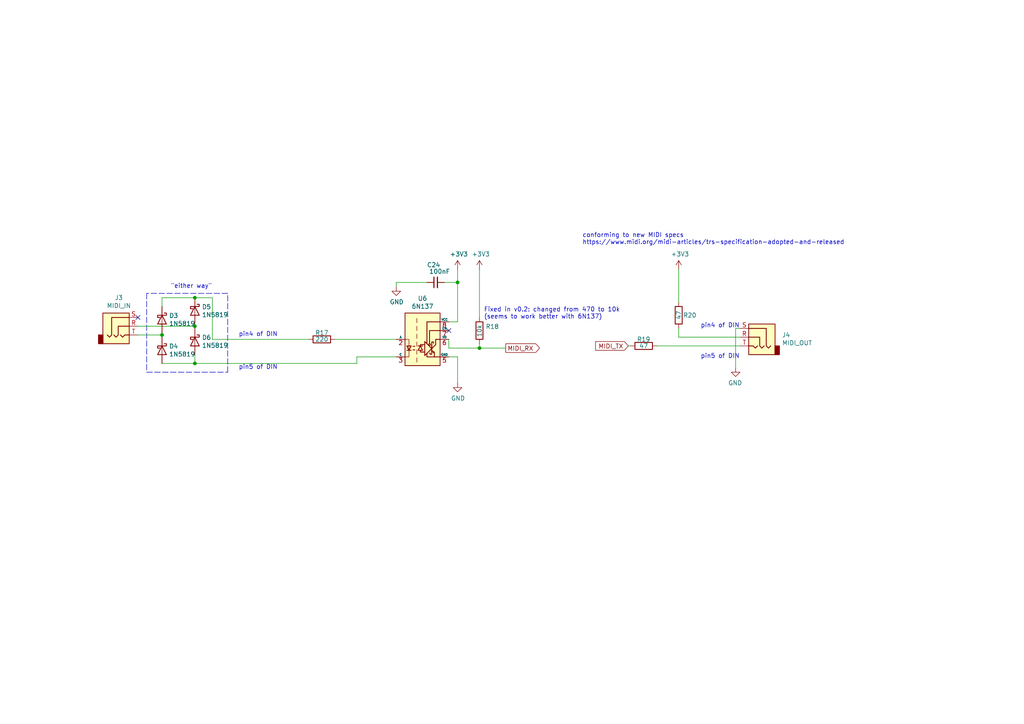
<source format=kicad_sch>
(kicad_sch (version 20211123) (generator eeschema)
  (paper "A4")
  (lib_symbols
    (symbol "Connector:AudioJack3"
      (property "Reference" "J" (at 0 8.89 0))
      (property "Value" "AudioJack3" (at 0 6.35 0))
      (symbol "AudioJack3_0_1"
        (rectangle (start -5.08 -5.08) (end -6.35 -2.54) (stroke (width 0.254)) (fill (type outline)))
        (polyline (pts (xy 0 -2.54) (xy 0.635 -3.175) (xy 1.27 -2.54) (xy 2.54 -2.54)) (stroke (width 0.254)))
        (polyline (pts (xy -1.905 -2.54) (xy -1.27 -3.175) (xy -0.635 -2.54) (xy -0.635 0) (xy 2.54 0)) (stroke (width 0.254)))
        (polyline (pts (xy 2.54 2.54) (xy -2.54 2.54) (xy -2.54 -2.54) (xy -3.175 -3.175) (xy -3.81 -2.54)) (stroke (width 0.254)))
        (rectangle (start 2.54 3.81) (end -5.08 -5.08) (stroke (width 0.254)) (fill (type background)))
      )
      (symbol "AudioJack3_1_1"
        (pin passive line (at 5.08 0 180) (length 2.54) (name "~") (number "R"))
        (pin passive line (at 5.08 2.54 180) (length 2.54) (name "~") (number "S"))
        (pin passive line (at 5.08 -2.54 180) (length 2.54) (name "~") (number "T"))
      )
    )
    (symbol "Device:C_Small" (pin_numbers hide) (pin_names (offset 0.254) hide)
      (property "Reference" "C" (at 0.254 1.778 0))
      (property "Value" "C_Small" (at 0.254 -2.032 0))
      (symbol "C_Small_0_1"
        (polyline (pts (xy -1.524 -0.508) (xy 1.524 -0.508)) (stroke (width 0.3302)))
        (polyline (pts (xy -1.524 0.508) (xy 1.524 0.508)) (stroke (width 0.3048)))
      )
      (symbol "C_Small_1_1"
        (pin passive line (at 0 2.54 270) (length 2.032) (name "~") (number "1"))
        (pin passive line (at 0 -2.54 90) (length 2.032) (name "~") (number "2"))
      )
    )
    (symbol "Device:R" (pin_numbers hide) (pin_names (offset 0))
      (property "Reference" "R" (at 2.032 0 90))
      (property "Value" "R" (at 0 0 90))
      (symbol "R_0_1"
        (rectangle (start -1.016 -2.54) (end 1.016 2.54) (stroke (width 0.254)))
      )
      (symbol "R_1_1"
        (pin passive line (at 0 3.81 270) (length 1.27) (name "~") (number "1"))
        (pin passive line (at 0 -3.81 90) (length 1.27) (name "~") (number "2"))
      )
    )
    (symbol "Diode:1N5819" (pin_numbers hide) (pin_names (offset 1.016) hide)
      (property "Reference" "D" (at 0 2.54 0))
      (property "Value" "1N5819" (at 0 -2.54 0))
      (symbol "1N5819_0_1"
        (polyline (pts (xy 1.27 0) (xy -1.27 0)))
        (polyline (pts (xy 1.27 1.27) (xy 1.27 -1.27) (xy -1.27 0) (xy 1.27 1.27)) (stroke (width 0.254)))
        (polyline (pts (xy -1.905 0.635) (xy -1.905 1.27) (xy -1.27 1.27) (xy -1.27 -1.27) (xy -0.635 -1.27) (xy -0.635 -0.635)) (stroke (width 0.254)))
      )
      (symbol "1N5819_1_1"
        (pin passive line (at -3.81 0 0) (length 2.54) (name "K") (number "1"))
        (pin passive line (at 3.81 0 180) (length 2.54) (name "A") (number "2"))
      )
    )
    (symbol "Isolator:6N137" (pin_names (offset 0))
      (property "Reference" "U" (at -4.064 8.89 0))
      (property "Value" "6N137" (at 0 -8.89 0))
      (symbol "6N137_0_1"
        (polyline (pts (xy 2.667 -3.556) (xy 2.667 -1.651)) (stroke (width 0.254)))
        (polyline (pts (xy 2.667 -2.159) (xy 2.667 -2.921)) (stroke (width 0.254)))
        (polyline (pts (xy 3.429 -3.937) (xy 3.429 -5.08)) (stroke (width 0.254)))
        (polyline (pts (xy -0.635 -3.302) (xy -0.635 -3.683) (xy 0.635 -3.683)) (stroke (width 0.254)))
        (polyline (pts (xy -0.635 -1.905) (xy -0.635 -1.524) (xy 0.508 -1.524)) (stroke (width 0.254)))
        (polyline (pts (xy 1.27 -4.064) (xy 1.27 -5.08) (xy 5.08 -5.08)) (stroke (width 0.254)))
        (polyline (pts (xy 1.27 -1.27) (xy 1.27 5.08) (xy 5.08 5.08)) (stroke (width 0.254)))
        (polyline (pts (xy 2.032 -1.27) (xy 2.032 2.54) (xy 5.08 2.54)) (stroke (width 0.254)))
        (polyline (pts (xy -5.08 -5.08) (xy -3.937 -5.08) (xy -3.937 0) (xy -5.08 0)))
        (polyline (pts (xy 2.667 -3.302) (xy 2.667 -4.318) (xy 2.159 -4.318) (xy 2.159 -3.937)) (stroke (width 0.254)))
        (polyline (pts (xy 2.667 -2.667) (xy 0.635 -4.699) (xy 0.635 -0.635) (xy 2.667 -2.667)) (stroke (width 0.254)))
        (polyline (pts (xy 2.667 -1.778) (xy 2.667 -0.762) (xy 3.175 -0.762) (xy 3.175 -1.143)) (stroke (width 0.254)))
        (polyline (pts (xy 2.794 -2.54) (xy 3.81 -1.524) (xy 3.81 0) (xy 5.08 0)) (stroke (width 0.254)))
        (polyline (pts (xy 2.667 -3.175) (xy 3.429 -3.937) (xy 3.302 -3.556) (xy 3.048 -3.81) (xy 3.429 -3.937)) (stroke (width 0.254)))
        (circle (center 2.032 -1.524) (radius 0.254) (stroke (width 0.254)))
      )
      (symbol "6N137_1_1"
        (rectangle (start -5.08 7.62) (end 5.08 -7.62) (stroke (width 0.254)) (fill (type background)))
        (polyline (pts (xy -4.572 -3.175) (xy -3.302 -3.175)) (stroke (width 0.254)))
        (polyline (pts (xy -1.651 -5.334) (xy -1.651 -6.604)))
        (polyline (pts (xy -1.651 -3.048) (xy -1.651 -4.318)))
        (polyline (pts (xy -1.651 -0.762) (xy -1.651 -2.032)))
        (polyline (pts (xy -1.651 1.524) (xy -1.651 0.254)))
        (polyline (pts (xy -1.651 3.81) (xy -1.651 2.54)))
        (polyline (pts (xy -1.651 6.096) (xy -1.651 4.826)))
        (polyline (pts (xy -1.27 -1.905) (xy 0 -1.905)) (stroke (width 0.254)))
        (polyline (pts (xy -3.937 -3.175) (xy -4.572 -1.905) (xy -3.302 -1.905) (xy -3.937 -3.175)) (stroke (width 0.254)))
        (polyline (pts (xy -0.635 -1.905) (xy -1.27 -3.175) (xy 0 -3.175) (xy -0.635 -1.905)) (stroke (width 0.254)))
        (polyline (pts (xy -2.921 -3.048) (xy -2.159 -3.048) (xy -2.54 -3.175) (xy -2.54 -2.921) (xy -2.159 -3.048)) (stroke (width 0.127)))
        (polyline (pts (xy -2.921 -2.032) (xy -2.159 -2.032) (xy -2.54 -2.159) (xy -2.54 -1.905) (xy -2.159 -2.032)) (stroke (width 0.127)))
        (pin no_connect line (at -5.08 5.08 0) (length 2.54) hide (name "NC") (number "1"))
        (pin passive line (at -7.62 0 0) (length 2.54) (name "A") (number "2"))
        (pin passive line (at -7.62 -5.08 0) (length 2.54) (name "C") (number "3"))
        (pin power_in line (at 7.62 -5.08 180) (length 2.54) (name "GND") (number "5"))
        (pin open_collector line (at 7.62 0 180) (length 2.54) (name "VO") (number "6"))
        (pin input line (at 7.62 2.54 180) (length 2.54) (name "EN") (number "7"))
        (pin power_in line (at 7.62 5.08 180) (length 2.54) (name "VCC") (number "8"))
      )
    )
    (symbol "power:+3.3V" (power) (pin_names (offset 0))
      (property "Value" "+3.3V" (at 0 3.556 0))
      (symbol "+3.3V_0_1"
        (polyline (pts (xy -0.762 1.27) (xy 0 2.54)))
        (polyline (pts (xy 0 0) (xy 0 2.54)))
        (polyline (pts (xy 0 2.54) (xy 0.762 1.27)))
      )
      (symbol "+3.3V_1_1"
        (pin power_in line (at 0 0 90) (length 0) hide (name "+3V3") (number "1"))
      )
    )
    (symbol "power:GND" (power) (pin_names (offset 0))
      (property "Value" "GND" (at 0 -3.81 0))
      (symbol "GND_0_1"
        (polyline (pts (xy 0 0) (xy 0 -1.27) (xy 1.27 -1.27) (xy 0 -2.54) (xy -1.27 -1.27) (xy 0 -1.27)))
      )
      (symbol "GND_1_1"
        (pin power_in line (at 0 0 270) (length 0) hide (name "GND") (number "1"))
      )
    )
  )
  (junction (at 46.99 97.155))
  (junction (at 132.715 81.915))
  (junction (at 139.065 100.965))
  (junction (at 56.515 86.36))
  (junction (at 56.515 105.41))
  (junction (at 56.515 94.615))
  (no_connect (at 40.005 92.075))
  (no_connect (at 130.175 95.885))
  (wire (pts (xy 46.99 97.155) (xy 46.99 96.52)))
  (wire (pts (xy 114.935 81.915) (xy 123.825 81.915)))
  (wire (pts (xy 61.595 86.36) (xy 61.595 98.425)))
  (wire (pts (xy 190.5 100.33) (xy 214.63 100.33)))
  (wire (pts (xy 40.005 97.155) (xy 46.99 97.155)))
  (wire (pts (xy 56.515 105.41) (xy 103.505 105.41)))
  (wire (pts (xy 130.175 100.965) (xy 130.175 98.425)))
  (wire (pts (xy 182.245 100.33) (xy 182.88 100.33)))
  (wire (pts (xy 46.99 97.79) (xy 46.99 97.155)))
  (wire (pts (xy 132.715 103.505) (xy 132.715 111.125)))
  (wire (pts (xy 56.515 94.615) (xy 56.515 93.98)))
  (polyline (pts (xy 66.04 85.09) (xy 42.545 85.09)))
  (wire (pts (xy 213.36 95.25) (xy 214.63 95.25)))
  (wire (pts (xy 139.065 78.105) (xy 139.065 92.075)))
  (wire (pts (xy 97.155 98.425) (xy 114.935 98.425)))
  (wire (pts (xy 130.175 100.965) (xy 139.065 100.965)))
  (wire (pts (xy 132.715 81.915) (xy 128.905 81.915)))
  (polyline (pts (xy 42.545 107.95) (xy 66.04 107.95)))
  (wire (pts (xy 114.935 83.185) (xy 114.935 81.915)))
  (wire (pts (xy 56.515 86.36) (xy 46.99 86.36)))
  (wire (pts (xy 196.85 78.105) (xy 196.85 87.63)))
  (wire (pts (xy 40.005 94.615) (xy 56.515 94.615)))
  (wire (pts (xy 103.505 105.41) (xy 103.505 103.505)))
  (wire (pts (xy 139.065 100.965) (xy 139.065 99.695)))
  (wire (pts (xy 56.515 105.41) (xy 56.515 102.87)))
  (wire (pts (xy 139.065 100.965) (xy 146.685 100.965)))
  (wire (pts (xy 61.595 98.425) (xy 89.535 98.425)))
  (wire (pts (xy 130.175 93.345) (xy 132.715 93.345)))
  (wire (pts (xy 132.715 103.505) (xy 130.175 103.505)))
  (wire (pts (xy 46.99 105.41) (xy 56.515 105.41)))
  (wire (pts (xy 196.85 95.25) (xy 196.85 97.79)))
  (wire (pts (xy 46.99 86.36) (xy 46.99 88.9)))
  (wire (pts (xy 196.85 97.79) (xy 214.63 97.79)))
  (wire (pts (xy 213.36 106.68) (xy 213.36 95.25)))
  (wire (pts (xy 132.715 78.105) (xy 132.715 81.915)))
  (polyline (pts (xy 42.545 85.09) (xy 42.545 107.95)))
  (wire (pts (xy 132.715 81.915) (xy 132.715 93.345)))
  (polyline (pts (xy 66.04 107.95) (xy 66.04 85.09)))
  (wire (pts (xy 103.505 103.505) (xy 114.935 103.505)))
  (wire (pts (xy 56.515 95.25) (xy 56.515 94.615)))
  (wire (pts (xy 56.515 86.36) (xy 61.595 86.36)))
  (text "pin4 of DIN" (at 69.215 97.79 0) (effects (font (size 1.27 1.27)) (justify left bottom)))
  (text "pin5 of DIN" (at 203.2 104.14 0) (effects (font (size 1.27 1.27)) (justify left bottom)))
  (text "\"either way\"" (at 49.53 83.82 0) (effects (font (size 1.27 1.27)) (justify left bottom)))
  (text "conforming to new MIDI specs\nhttps://www.midi.org/midi-articles/trs-specification-adopted-and-released" (at 168.91 71.12 0) (effects (font (size 1.27 1.27)) (justify left bottom)))
  (text "pin4 of DIN" (at 203.2 95.25 0) (effects (font (size 1.27 1.27)) (justify left bottom)))
  (text "Fixed in v0.2: changed from 470 to 10k\n(seems to work better with 6N137)" (at 140.335 92.71 0) (effects (font (size 1.27 1.27)) (justify left bottom)))
  (text "pin5 of DIN" (at 69.215 107.315 0) (effects (font (size 1.27 1.27)) (justify left bottom)))
  (global_label "MIDI_RX" (shape output) (at 146.685 100.965 0) (property "Intersheet References" "${INTERSHEET_REFS}" (effects hide)))
  (global_label "MIDI_TX" (shape input) (at 182.245 100.33 180) (property "Intersheet References" "${INTERSHEET_REFS}" (effects hide)))
  (symbol (lib_id "Device:C_Small") (at 126.365 81.915 90) (unit 1)
    (property "Reference" "C24" (at 123.825 76.835 90) (effects (justify right)))
    (property "Value" "100nF" (at 124.46 78.74 90) (effects (justify right)))
    (property "Footprint" "Capacitor_SMD:C_0603_1608Metric_Pad1.08x0.95mm_HandSolder" (effects hide))
    (property "LCSC" "C14663" (effects hide))
  )
  (symbol (lib_id "Device:R") (at 93.345 98.425 270) (unit 1)
    (property "Reference" "R17" (at 93.345 96.52 90))
    (property "Value" "220" (at 93.345 98.425 90))
    (property "Footprint" "Resistor_SMD:R_0603_1608Metric_Pad0.98x0.95mm_HandSolder" (effects hide))
    (property "LCSC" "C22962" (effects hide))
  )
  (symbol (lib_id "power:GND") (at 132.715 111.125 0) (unit 1)
    (property "Reference" "#PWR048" (effects hide))
    (property "Value" "GND" (at 132.842 115.5192 0))
  )
  (symbol (lib_id "Device:R") (at 139.065 95.885 180) (unit 1)
    (property "Reference" "R18" (at 140.843 94.7166 0) (effects (justify right)))
    (property "Value" "10k" (at 139.065 97.79 90) (effects (justify right)))
    (property "Footprint" "Resistor_SMD:R_0603_1608Metric_Pad0.98x0.95mm_HandSolder" (effects hide))
    (property "LCSC" "C23179" (effects hide))
  )
  (symbol (lib_id "power:GND") (at 114.935 83.185 0) (unit 1)
    (property "Reference" "#PWR046" (effects hide))
    (property "Value" "GND" (at 115.062 87.5792 0))
  )
  (symbol (lib_id "Device:R") (at 196.85 91.44 180) (unit 1)
    (property "Reference" "R20" (at 198.12 91.44 0) (effects (justify right)))
    (property "Value" "47" (at 196.85 92.71 90) (effects (justify right)))
    (property "Footprint" "Resistor_SMD:R_0603_1608Metric_Pad0.98x0.95mm_HandSolder" (effects hide))
    (property "LCSC" "C23182" (effects hide))
  )
  (symbol (lib_id "Device:R") (at 186.69 100.33 90) (unit 1)
    (property "Reference" "R19" (at 186.69 98.425 90))
    (property "Value" "47" (at 186.69 100.33 90))
    (property "Footprint" "Resistor_SMD:R_0603_1608Metric_Pad0.98x0.95mm_HandSolder" (effects hide))
    (property "LCSC" "C23182" (effects hide))
  )
  (symbol (lib_id "Isolator:6N137") (at 122.555 98.425 0) (unit 1)
    (property "Reference" "U6" (at 122.555 86.5632 0))
    (property "Value" "6N137" (at 122.555 88.8746 0))
    (property "Footprint" "Package_DIP:SMDIP-8_W9.53mm" (effects hide))
    (property "Datasheet" "https://docs.broadcom.com/docs/AV02-0940EN" (effects hide))
    (property "LCSC" "C110020" (effects hide))
  )
  (symbol (lib_id "power:GND") (at 213.36 106.68 0) (mirror y) (unit 1)
    (property "Reference" "#PWR051" (effects hide))
    (property "Value" "GND" (at 213.233 111.0742 0))
  )
  (symbol (lib_id "Diode:1N5819") (at 46.99 92.71 270) (unit 1)
    (property "Reference" "D3" (at 49.022 91.5416 90) (effects (justify left)))
    (property "Value" "1N5819" (at 49.022 93.853 90) (effects (justify left)))
    (property "Footprint" "Diode_SMD:D_SOD-323" (effects hide))
    (property "Datasheet" "http://www.vishay.com/docs/88525/1n5817.pdf" (effects hide))
    (property "LCSC" "C191023" (effects hide))
  )
  (symbol (lib_id "Diode:1N5819") (at 46.99 101.6 270) (unit 1)
    (property "Reference" "D4" (at 49.022 100.4316 90) (effects (justify left)))
    (property "Value" "1N5819" (at 49.022 102.743 90) (effects (justify left)))
    (property "Footprint" "Diode_SMD:D_SOD-323" (effects hide))
    (property "Datasheet" "http://www.vishay.com/docs/88525/1n5817.pdf" (effects hide))
    (property "LCSC" "C191023" (effects hide))
  )
  (symbol (lib_id "Diode:1N5819") (at 56.515 90.17 270) (unit 1)
    (property "Reference" "D5" (at 58.547 89.0016 90) (effects (justify left)))
    (property "Value" "1N5819" (at 58.547 91.313 90) (effects (justify left)))
    (property "Footprint" "Diode_SMD:D_SOD-323" (effects hide))
    (property "Datasheet" "http://www.vishay.com/docs/88525/1n5817.pdf" (effects hide))
    (property "LCSC" "C191023" (effects hide))
  )
  (symbol (lib_id "Diode:1N5819") (at 56.515 99.06 270) (unit 1)
    (property "Reference" "D6" (at 58.547 97.8916 90) (effects (justify left)))
    (property "Value" "1N5819" (at 58.547 100.203 90) (effects (justify left)))
    (property "Footprint" "Diode_SMD:D_SOD-323" (effects hide))
    (property "Datasheet" "http://www.vishay.com/docs/88525/1n5817.pdf" (effects hide))
    (property "LCSC" "C191023" (effects hide))
  )
  (symbol (lib_id "Connector:AudioJack3") (at 34.925 94.615 0) (unit 1)
    (property "Reference" "J3" (at 34.4678 86.36 0))
    (property "Value" "MIDI_IN" (at 34.4678 88.6714 0))
    (property "Footprint" "foots:WQP-PJ301M_TRS" (effects hide))
    (property "LCSC" "-" (effects hide))
  )
  (symbol (lib_id "Connector:AudioJack3") (at 219.71 97.79 0) (mirror y) (unit 1)
    (property "Reference" "J4" (at 226.822 97.155 0) (effects (justify right)))
    (property "Value" "MIDI_OUT" (at 226.822 99.4664 0) (effects (justify right)))
    (property "Footprint" "foots:WQP-PJ301M_TRS" (effects hide))
    (property "LCSC" "-" (effects hide))
  )
  (symbol (lib_id "power:+3.3V") (at 132.715 78.105 0) (unit 1)
    (property "Reference" "#PWR047" (effects hide))
    (property "Value" "+3.3V" (at 133.096 73.7108 0))
  )
  (symbol (lib_id "power:+3.3V") (at 139.065 78.105 0) (unit 1)
    (property "Reference" "#PWR049" (effects hide))
    (property "Value" "+3.3V" (at 139.446 73.7108 0))
  )
  (symbol (lib_id "power:+3.3V") (at 196.85 78.105 0) (unit 1)
    (property "Reference" "#PWR050" (effects hide))
    (property "Value" "+3.3V" (at 197.231 73.7108 0))
  )
)
</source>
